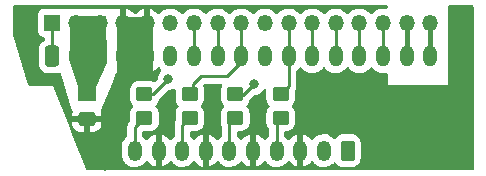
<source format=gbr>
%TF.GenerationSoftware,KiCad,Pcbnew,(6.0.1)*%
%TF.CreationDate,2022-07-04T21:24:21-07:00*%
%TF.ProjectId,mu100-dit-connector-board,6d753130-302d-4646-9974-2d636f6e6e65,rev?*%
%TF.SameCoordinates,Original*%
%TF.FileFunction,Copper,L2,Bot*%
%TF.FilePolarity,Positive*%
%FSLAX46Y46*%
G04 Gerber Fmt 4.6, Leading zero omitted, Abs format (unit mm)*
G04 Created by KiCad (PCBNEW (6.0.1)) date 2022-07-04 21:24:21*
%MOMM*%
%LPD*%
G01*
G04 APERTURE LIST*
G04 Aperture macros list*
%AMRoundRect*
0 Rectangle with rounded corners*
0 $1 Rounding radius*
0 $2 $3 $4 $5 $6 $7 $8 $9 X,Y pos of 4 corners*
0 Add a 4 corners polygon primitive as box body*
4,1,4,$2,$3,$4,$5,$6,$7,$8,$9,$2,$3,0*
0 Add four circle primitives for the rounded corners*
1,1,$1+$1,$2,$3*
1,1,$1+$1,$4,$5*
1,1,$1+$1,$6,$7*
1,1,$1+$1,$8,$9*
0 Add four rect primitives between the rounded corners*
20,1,$1+$1,$2,$3,$4,$5,0*
20,1,$1+$1,$4,$5,$6,$7,0*
20,1,$1+$1,$6,$7,$8,$9,0*
20,1,$1+$1,$8,$9,$2,$3,0*%
G04 Aperture macros list end*
%TA.AperFunction,ComponentPad*%
%ADD10O,1.200000X1.750000*%
%TD*%
%TA.AperFunction,ComponentPad*%
%ADD11RoundRect,0.250000X0.350000X0.625000X-0.350000X0.625000X-0.350000X-0.625000X0.350000X-0.625000X0*%
%TD*%
%TA.AperFunction,ComponentPad*%
%ADD12O,1.200000X1.800000*%
%TD*%
%TA.AperFunction,ComponentPad*%
%ADD13RoundRect,0.250000X-0.350000X-0.650000X0.350000X-0.650000X0.350000X0.650000X-0.350000X0.650000X0*%
%TD*%
%TA.AperFunction,SMDPad,CuDef*%
%ADD14RoundRect,0.250000X-0.450000X0.350000X-0.450000X-0.350000X0.450000X-0.350000X0.450000X0.350000X0*%
%TD*%
%TA.AperFunction,ComponentPad*%
%ADD15O,1.350000X1.350000*%
%TD*%
%TA.AperFunction,ComponentPad*%
%ADD16R,1.350000X1.350000*%
%TD*%
%TA.AperFunction,SMDPad,CuDef*%
%ADD17RoundRect,0.250000X-0.475000X0.337500X-0.475000X-0.337500X0.475000X-0.337500X0.475000X0.337500X0*%
%TD*%
%TA.AperFunction,ViaPad*%
%ADD18C,0.800000*%
%TD*%
%TA.AperFunction,Conductor*%
%ADD19C,0.400000*%
%TD*%
%TA.AperFunction,Conductor*%
%ADD20C,0.250000*%
%TD*%
G04 APERTURE END LIST*
D10*
%TO.P,J3,10,Pin_10*%
%TO.N,/LRCK*%
X72700000Y-68790000D03*
%TO.P,J3,9,Pin_9*%
%TO.N,GND*%
X74700000Y-68790000D03*
%TO.P,J3,8,Pin_8*%
%TO.N,/BICK*%
X76700000Y-68790000D03*
%TO.P,J3,7,Pin_7*%
%TO.N,GND*%
X78700000Y-68790000D03*
%TO.P,J3,6,Pin_6*%
%TO.N,/SDAT*%
X80700000Y-68790000D03*
%TO.P,J3,5,Pin_5*%
%TO.N,GND*%
X82700000Y-68790000D03*
%TO.P,J3,4,Pin_4*%
%TO.N,/MCLK*%
X84700000Y-68790000D03*
%TO.P,J3,3,Pin_3*%
%TO.N,GND*%
X86700000Y-68790000D03*
%TO.P,J3,2,Pin_2*%
%TO.N,+5V*%
X88700000Y-68790000D03*
D11*
%TO.P,J3,1,Pin_1*%
%TO.N,unconnected-(J3-Pad1)*%
X90700000Y-68790000D03*
%TD*%
D12*
%TO.P,J2,17,Pin_17*%
%TO.N,+9VA*%
X97710000Y-60830000D03*
%TO.P,J2,16,Pin_16*%
%TO.N,GNDA*%
X95710000Y-60830000D03*
%TO.P,J2,15,Pin_15*%
%TO.N,/REB*%
X93710000Y-60830000D03*
%TO.P,J2,14,Pin_14*%
%TO.N,/REA*%
X91710000Y-60830000D03*
%TO.P,J2,13,Pin_13*%
%TO.N,/DACOL*%
X89710000Y-60830000D03*
%TO.P,J2,12,Pin_12*%
%TO.N,/WCLK*%
X87710000Y-60830000D03*
%TO.P,J2,11,Pin_11*%
%TO.N,/CK256*%
X85710000Y-60830000D03*
%TO.P,J2,10,Pin_10*%
%TO.N,unconnected-(J2-Pad10)*%
X83710000Y-60830000D03*
%TO.P,J2,9,Pin_9*%
%TO.N,/QCLK*%
X81710000Y-60830000D03*
%TO.P,J2,8,Pin_8*%
%TO.N,/SYOD*%
X79710000Y-60830000D03*
%TO.P,J2,7,Pin_7*%
%TO.N,/MEL00*%
X77710000Y-60830000D03*
%TO.P,J2,6,Pin_6*%
%TO.N,unconnected-(J2-Pad6)*%
X75710000Y-60830000D03*
%TO.P,J2,5,Pin_5*%
%TO.N,GND*%
X73710000Y-60830000D03*
%TO.P,J2,4,Pin_4*%
X71710000Y-60830000D03*
%TO.P,J2,3,Pin_3*%
%TO.N,+5V*%
X69710000Y-60830000D03*
%TO.P,J2,2,Pin_2*%
X67710000Y-60830000D03*
D13*
%TO.P,J2,1,Pin_1*%
%TO.N,/RER*%
X65710000Y-60830000D03*
%TD*%
D14*
%TO.P,R1,2*%
%TO.N,/MCLK*%
X85040000Y-66024000D03*
%TO.P,R1,1*%
%TO.N,/CK256*%
X85040000Y-64024000D03*
%TD*%
D15*
%TO.P,J1,17,Pin_17*%
%TO.N,+9VA*%
X97710000Y-57970000D03*
%TO.P,J1,16,Pin_16*%
%TO.N,GNDA*%
X95710000Y-57970000D03*
%TO.P,J1,15,Pin_15*%
%TO.N,/REB*%
X93710000Y-57970000D03*
%TO.P,J1,14,Pin_14*%
%TO.N,/REA*%
X91710000Y-57970000D03*
%TO.P,J1,13,Pin_13*%
%TO.N,/DACOL*%
X89710000Y-57970000D03*
%TO.P,J1,12,Pin_12*%
%TO.N,/WCLK*%
X87710000Y-57970000D03*
%TO.P,J1,11,Pin_11*%
%TO.N,/CK256*%
X85710000Y-57970000D03*
%TO.P,J1,10,Pin_10*%
%TO.N,unconnected-(J1-Pad10)*%
X83710000Y-57970000D03*
%TO.P,J1,9,Pin_9*%
%TO.N,/QCLK*%
X81710000Y-57970000D03*
%TO.P,J1,8,Pin_8*%
%TO.N,/SYOD*%
X79710000Y-57970000D03*
%TO.P,J1,7,Pin_7*%
%TO.N,/MEL00*%
X77710000Y-57970000D03*
%TO.P,J1,6,Pin_6*%
%TO.N,unconnected-(J1-Pad6)*%
X75710000Y-57970000D03*
%TO.P,J1,5,Pin_5*%
%TO.N,GND*%
X73710000Y-57970000D03*
%TO.P,J1,4,Pin_4*%
X71710000Y-57970000D03*
%TO.P,J1,3,Pin_3*%
%TO.N,+5V*%
X69710000Y-57970000D03*
%TO.P,J1,2,Pin_2*%
X67710000Y-57970000D03*
D16*
%TO.P,J1,1,Pin_1*%
%TO.N,/RER*%
X65710000Y-57970000D03*
%TD*%
D14*
%TO.P,R3,2*%
%TO.N,/SDAT*%
X81193332Y-66024000D03*
%TO.P,R3,1*%
%TO.N,/DACOL*%
X81193332Y-64024000D03*
%TD*%
D17*
%TO.P,C1,2*%
%TO.N,GND*%
X68630800Y-66111500D03*
%TO.P,C1,1*%
%TO.N,+5V*%
X68630800Y-64036500D03*
%TD*%
D14*
%TO.P,R2,2*%
%TO.N,/BICK*%
X77346666Y-66024000D03*
%TO.P,R2,1*%
%TO.N,/QCLK*%
X77346666Y-64024000D03*
%TD*%
%TO.P,R4,2*%
%TO.N,/LRCK*%
X73500000Y-66024000D03*
%TO.P,R4,1*%
%TO.N,/WCLK*%
X73500000Y-64024000D03*
%TD*%
D18*
%TO.N,GND*%
X70190000Y-70070000D03*
X69400000Y-68040000D03*
X71270000Y-63010000D03*
X71760000Y-64370000D03*
X71820000Y-66050000D03*
%TO.N,/WCLK*%
X75539600Y-62738000D03*
%TO.N,/DACOL*%
X82778600Y-63195200D03*
%TD*%
D19*
%TO.N,+5V*%
X69710000Y-60830000D02*
X68630800Y-61909200D01*
X69460000Y-61300000D02*
X68630800Y-62129200D01*
X67710000Y-57970000D02*
X69710000Y-57970000D01*
X68630800Y-62129200D02*
X68630800Y-64036500D01*
X69710000Y-57970000D02*
X69710000Y-60830000D01*
X68630800Y-61909200D02*
X68630800Y-64036500D01*
X67710000Y-57970000D02*
X67710000Y-60830000D01*
%TO.N,GND*%
X71526400Y-61013600D02*
X71710000Y-60830000D01*
D20*
%TO.N,/RER*%
X65710000Y-57970000D02*
X65710000Y-60830000D01*
%TO.N,/MEL00*%
X77710000Y-57970000D02*
X77710000Y-60830000D01*
%TO.N,/SYOD*%
X79710000Y-57970000D02*
X79710000Y-60830000D01*
%TO.N,/QCLK*%
X77610000Y-63199000D02*
X77610000Y-64054000D01*
X81710000Y-61292000D02*
X80518000Y-62484000D01*
X80518000Y-62484000D02*
X78325000Y-62484000D01*
X81710000Y-60830000D02*
X81710000Y-61292000D01*
X78325000Y-62484000D02*
X77610000Y-63199000D01*
X81710000Y-57970000D02*
X81710000Y-60830000D01*
%TO.N,/CK256*%
X85710000Y-63354000D02*
X85040000Y-64024000D01*
X85710000Y-60830000D02*
X85710000Y-60530000D01*
X85710000Y-60830000D02*
X85710000Y-57970000D01*
X85710000Y-60830000D02*
X85710000Y-63354000D01*
%TO.N,/WCLK*%
X74233600Y-64044000D02*
X73500000Y-64044000D01*
X87710000Y-57970000D02*
X87710000Y-60830000D01*
X75539600Y-62738000D02*
X74233600Y-64044000D01*
%TO.N,/DACOL*%
X82778600Y-63195200D02*
X81889800Y-64084000D01*
X89710000Y-57970000D02*
X89710000Y-60830000D01*
X81889800Y-64084000D02*
X80830000Y-64084000D01*
%TO.N,/REA*%
X91710000Y-57970000D02*
X91710000Y-60830000D01*
%TO.N,/REB*%
X93710000Y-57970000D02*
X93710000Y-60830000D01*
D19*
%TO.N,GNDA*%
X95710000Y-57970000D02*
X95710000Y-60830000D01*
%TO.N,+9VA*%
X97710000Y-57970000D02*
X97710000Y-60830000D01*
D20*
%TO.N,/MCLK*%
X84700000Y-65990000D02*
X84700000Y-68440000D01*
X85040000Y-65650000D02*
X84700000Y-65990000D01*
%TO.N,/SDAT*%
X80700000Y-65840000D02*
X80700000Y-68440000D01*
X80830000Y-65710000D02*
X80700000Y-65840000D01*
%TO.N,/BICK*%
X76700000Y-66590000D02*
X76700000Y-68440000D01*
X77610000Y-65680000D02*
X76700000Y-66590000D01*
%TO.N,/LRCK*%
X73500000Y-66024000D02*
X72700000Y-66824000D01*
X72700000Y-66824000D02*
X72700000Y-68440000D01*
X73500000Y-65670000D02*
X73305000Y-65670000D01*
%TD*%
%TA.AperFunction,Conductor*%
%TO.N,GND*%
G36*
X74200000Y-57574953D02*
G01*
X74195000Y-57575000D01*
X74195000Y-60775000D01*
X74200000Y-60775031D01*
X74200000Y-62300000D01*
X71200000Y-62300000D01*
X71200000Y-57500000D01*
X74200000Y-57500000D01*
X74200000Y-57574953D01*
G37*
%TD.AperFunction*%
%TD*%
%TA.AperFunction,Conductor*%
%TO.N,GND*%
G36*
X66395600Y-56783317D02*
G01*
X66373463Y-56786500D01*
X64986866Y-56786500D01*
X64924684Y-56793255D01*
X64788295Y-56844385D01*
X64671739Y-56931739D01*
X64584385Y-57048295D01*
X64533255Y-57184684D01*
X64526500Y-57246866D01*
X64526500Y-58693134D01*
X64533255Y-58755316D01*
X64584385Y-58891705D01*
X64671739Y-59008261D01*
X64788295Y-59095615D01*
X64924684Y-59146745D01*
X64951914Y-59149703D01*
X64964108Y-59151028D01*
X65029670Y-59178270D01*
X65070096Y-59236634D01*
X65076500Y-59276291D01*
X65076500Y-59393219D01*
X65056498Y-59461340D01*
X65016803Y-59500363D01*
X64885652Y-59581522D01*
X64760695Y-59706697D01*
X64756855Y-59712927D01*
X64756854Y-59712928D01*
X64675320Y-59845201D01*
X64667885Y-59857262D01*
X64612203Y-60025139D01*
X64601500Y-60129600D01*
X64601500Y-61530400D01*
X64612474Y-61636166D01*
X64614655Y-61642702D01*
X64614655Y-61642704D01*
X64647603Y-61741460D01*
X64668450Y-61803946D01*
X64761522Y-61954348D01*
X64886697Y-62079305D01*
X64892927Y-62083145D01*
X64892928Y-62083146D01*
X65000751Y-62149609D01*
X65037262Y-62172115D01*
X65117005Y-62198564D01*
X65198611Y-62225632D01*
X65198613Y-62225632D01*
X65205139Y-62227797D01*
X65211975Y-62228497D01*
X65211978Y-62228498D01*
X65250386Y-62232433D01*
X65309600Y-62238500D01*
X66110400Y-62238500D01*
X66113646Y-62238163D01*
X66113650Y-62238163D01*
X66209308Y-62228238D01*
X66209312Y-62228237D01*
X66216166Y-62227526D01*
X66222702Y-62225345D01*
X66222704Y-62225345D01*
X66301310Y-62199120D01*
X66372260Y-62196536D01*
X66433344Y-62232720D01*
X66462269Y-62283787D01*
X67360800Y-65405000D01*
X67368406Y-65405000D01*
X67416720Y-65447314D01*
X67436361Y-65515539D01*
X67429956Y-65554540D01*
X67410663Y-65612707D01*
X67407795Y-65626086D01*
X67398128Y-65720438D01*
X67397800Y-65726855D01*
X67397800Y-65839385D01*
X67402275Y-65854624D01*
X67403665Y-65855829D01*
X67411348Y-65857500D01*
X69845684Y-65857500D01*
X69860923Y-65853025D01*
X69862128Y-65851635D01*
X69863799Y-65843952D01*
X69863799Y-65726905D01*
X69863462Y-65720386D01*
X69853543Y-65624794D01*
X69850651Y-65611400D01*
X69799209Y-65457208D01*
X69798190Y-65455032D01*
X69797939Y-65453402D01*
X69796894Y-65450268D01*
X69797430Y-65450089D01*
X69787406Y-65384859D01*
X69796433Y-65352055D01*
X70806376Y-62989510D01*
X71132557Y-62226479D01*
X71177725Y-62171704D01*
X71245337Y-62150044D01*
X71289748Y-62156978D01*
X71440727Y-62209407D01*
X71441716Y-62209648D01*
X71452008Y-62208180D01*
X71456000Y-62194615D01*
X71456000Y-62190402D01*
X71964000Y-62190402D01*
X71967973Y-62203933D01*
X71977399Y-62205288D01*
X72066537Y-62183806D01*
X72077832Y-62179917D01*
X72259382Y-62097371D01*
X72269724Y-62091424D01*
X72432397Y-61976032D01*
X72441425Y-61968239D01*
X72579342Y-61824169D01*
X72586742Y-61814799D01*
X72604705Y-61786979D01*
X72658460Y-61740601D01*
X72728756Y-61730647D01*
X72793273Y-61760278D01*
X72809643Y-61777493D01*
X72900262Y-61892857D01*
X72908499Y-61901506D01*
X73059123Y-62032212D01*
X73068847Y-62039147D01*
X73241467Y-62139010D01*
X73252331Y-62143984D01*
X73440727Y-62209407D01*
X73441716Y-62209648D01*
X73452008Y-62208180D01*
X73456000Y-62194615D01*
X73456000Y-61102115D01*
X73451525Y-61086876D01*
X73450135Y-61085671D01*
X73442452Y-61084000D01*
X71982115Y-61084000D01*
X71966876Y-61088475D01*
X71965671Y-61089865D01*
X71964000Y-61097548D01*
X71964000Y-62190402D01*
X71456000Y-62190402D01*
X71456000Y-60557885D01*
X71964000Y-60557885D01*
X71968475Y-60573124D01*
X71969865Y-60574329D01*
X71977548Y-60576000D01*
X73437885Y-60576000D01*
X73453124Y-60571525D01*
X73454329Y-60570135D01*
X73456000Y-60562452D01*
X73456000Y-59469598D01*
X73452027Y-59456067D01*
X73442601Y-59454712D01*
X73353463Y-59476194D01*
X73342168Y-59480083D01*
X73160618Y-59562629D01*
X73150276Y-59568576D01*
X72987603Y-59683968D01*
X72978575Y-59691761D01*
X72840658Y-59835831D01*
X72833258Y-59845201D01*
X72815295Y-59873021D01*
X72761540Y-59919399D01*
X72691244Y-59929353D01*
X72626727Y-59899722D01*
X72610357Y-59882507D01*
X72519738Y-59767143D01*
X72511501Y-59758494D01*
X72360877Y-59627788D01*
X72351153Y-59620853D01*
X72178533Y-59520990D01*
X72167669Y-59516016D01*
X71979273Y-59450593D01*
X71978284Y-59450352D01*
X71967992Y-59451820D01*
X71964000Y-59465385D01*
X71964000Y-60557885D01*
X71456000Y-60557885D01*
X71456000Y-59469598D01*
X71452027Y-59456067D01*
X71442601Y-59454712D01*
X71351721Y-59476614D01*
X71280810Y-59473129D01*
X71223040Y-59431859D01*
X71196753Y-59365908D01*
X71196200Y-59354121D01*
X71196200Y-59224429D01*
X71216202Y-59156308D01*
X71269858Y-59109815D01*
X71340132Y-59099711D01*
X71350007Y-59101536D01*
X71438331Y-59121521D01*
X71452405Y-59120632D01*
X71456000Y-59111233D01*
X71456000Y-59110512D01*
X71964000Y-59110512D01*
X71967966Y-59124018D01*
X71981883Y-59126011D01*
X71992817Y-59123386D01*
X72187763Y-59057210D01*
X72198272Y-59052531D01*
X72377882Y-58951944D01*
X72387375Y-58945420D01*
X72545653Y-58813782D01*
X72553782Y-58805653D01*
X72610249Y-58737759D01*
X72669187Y-58698175D01*
X72740169Y-58696739D01*
X72802938Y-58736502D01*
X72810724Y-58745619D01*
X72958191Y-58889275D01*
X72967124Y-58896509D01*
X73138299Y-59010884D01*
X73148409Y-59016374D01*
X73337566Y-59097642D01*
X73348499Y-59101194D01*
X73438332Y-59121521D01*
X73452405Y-59120632D01*
X73456000Y-59111233D01*
X73456000Y-58242115D01*
X73451525Y-58226876D01*
X73450135Y-58225671D01*
X73442452Y-58224000D01*
X71982115Y-58224000D01*
X71966876Y-58228475D01*
X71965671Y-58229865D01*
X71964000Y-58237548D01*
X71964000Y-59110512D01*
X71456000Y-59110512D01*
X71456000Y-57697885D01*
X71964000Y-57697885D01*
X71968475Y-57713124D01*
X71969865Y-57714329D01*
X71977548Y-57716000D01*
X73437885Y-57716000D01*
X73453124Y-57711525D01*
X73454329Y-57710135D01*
X73456000Y-57702452D01*
X73456000Y-56831337D01*
X73452194Y-56818375D01*
X73437278Y-56816439D01*
X73408202Y-56821435D01*
X73397082Y-56824415D01*
X73203940Y-56895669D01*
X73193562Y-56900619D01*
X73016639Y-57005877D01*
X73007327Y-57012643D01*
X72852547Y-57148381D01*
X72844629Y-57156725D01*
X72809996Y-57200656D01*
X72752115Y-57241768D01*
X72681195Y-57245062D01*
X72619752Y-57209490D01*
X72610088Y-57198037D01*
X72596363Y-57179656D01*
X72588662Y-57171103D01*
X72437490Y-57031361D01*
X72428365Y-57024360D01*
X72254255Y-56914505D01*
X72244008Y-56909284D01*
X72052793Y-56832997D01*
X72041767Y-56829730D01*
X71981770Y-56817797D01*
X71968894Y-56818949D01*
X71964000Y-56834102D01*
X71964000Y-57697885D01*
X71456000Y-57697885D01*
X71456000Y-56831337D01*
X71452194Y-56818375D01*
X71437278Y-56816439D01*
X71408202Y-56821435D01*
X71397078Y-56824416D01*
X71349315Y-56842036D01*
X71278481Y-56846848D01*
X71216291Y-56812600D01*
X71206074Y-56795309D01*
X71196200Y-56786753D01*
X71196200Y-56483000D01*
X93974000Y-56483000D01*
X94042121Y-56503002D01*
X94088614Y-56556658D01*
X94100000Y-56609000D01*
X94100000Y-56687273D01*
X94079998Y-56755394D01*
X94026342Y-56801887D01*
X93949419Y-56810852D01*
X93834239Y-56787941D01*
X93828464Y-56787865D01*
X93828460Y-56787865D01*
X93719419Y-56786438D01*
X93616746Y-56785094D01*
X93611049Y-56786073D01*
X93611048Y-56786073D01*
X93408065Y-56820952D01*
X93408062Y-56820953D01*
X93402375Y-56821930D01*
X93198307Y-56897214D01*
X93011376Y-57008427D01*
X92847842Y-57151842D01*
X92844270Y-57156372D01*
X92844269Y-57156374D01*
X92810007Y-57199834D01*
X92752125Y-57240947D01*
X92681205Y-57244239D01*
X92619763Y-57208667D01*
X92610100Y-57197215D01*
X92596737Y-57179319D01*
X92596730Y-57179312D01*
X92593280Y-57174691D01*
X92589044Y-57170775D01*
X92437796Y-57030963D01*
X92437793Y-57030961D01*
X92433556Y-57027044D01*
X92249599Y-56910976D01*
X92047572Y-56830376D01*
X91834239Y-56787941D01*
X91828464Y-56787865D01*
X91828460Y-56787865D01*
X91719419Y-56786438D01*
X91616746Y-56785094D01*
X91611049Y-56786073D01*
X91611048Y-56786073D01*
X91408065Y-56820952D01*
X91408062Y-56820953D01*
X91402375Y-56821930D01*
X91198307Y-56897214D01*
X91011376Y-57008427D01*
X90847842Y-57151842D01*
X90844270Y-57156372D01*
X90844269Y-57156374D01*
X90810007Y-57199834D01*
X90752125Y-57240947D01*
X90681205Y-57244239D01*
X90619763Y-57208667D01*
X90610100Y-57197215D01*
X90596737Y-57179319D01*
X90596730Y-57179312D01*
X90593280Y-57174691D01*
X90589044Y-57170775D01*
X90437796Y-57030963D01*
X90437793Y-57030961D01*
X90433556Y-57027044D01*
X90249599Y-56910976D01*
X90047572Y-56830376D01*
X89834239Y-56787941D01*
X89828464Y-56787865D01*
X89828460Y-56787865D01*
X89719419Y-56786438D01*
X89616746Y-56785094D01*
X89611049Y-56786073D01*
X89611048Y-56786073D01*
X89408065Y-56820952D01*
X89408062Y-56820953D01*
X89402375Y-56821930D01*
X89198307Y-56897214D01*
X89011376Y-57008427D01*
X88847842Y-57151842D01*
X88844270Y-57156372D01*
X88844269Y-57156374D01*
X88810007Y-57199834D01*
X88752125Y-57240947D01*
X88681205Y-57244239D01*
X88619763Y-57208667D01*
X88610100Y-57197215D01*
X88596737Y-57179319D01*
X88596730Y-57179312D01*
X88593280Y-57174691D01*
X88589044Y-57170775D01*
X88437796Y-57030963D01*
X88437793Y-57030961D01*
X88433556Y-57027044D01*
X88249599Y-56910976D01*
X88047572Y-56830376D01*
X87834239Y-56787941D01*
X87828464Y-56787865D01*
X87828460Y-56787865D01*
X87719419Y-56786438D01*
X87616746Y-56785094D01*
X87611049Y-56786073D01*
X87611048Y-56786073D01*
X87408065Y-56820952D01*
X87408062Y-56820953D01*
X87402375Y-56821930D01*
X87198307Y-56897214D01*
X87011376Y-57008427D01*
X86847842Y-57151842D01*
X86844270Y-57156372D01*
X86844269Y-57156374D01*
X86810007Y-57199834D01*
X86752125Y-57240947D01*
X86681205Y-57244239D01*
X86619763Y-57208667D01*
X86610100Y-57197215D01*
X86596737Y-57179319D01*
X86596730Y-57179312D01*
X86593280Y-57174691D01*
X86589044Y-57170775D01*
X86437796Y-57030963D01*
X86437793Y-57030961D01*
X86433556Y-57027044D01*
X86249599Y-56910976D01*
X86047572Y-56830376D01*
X85834239Y-56787941D01*
X85828464Y-56787865D01*
X85828460Y-56787865D01*
X85719419Y-56786438D01*
X85616746Y-56785094D01*
X85611049Y-56786073D01*
X85611048Y-56786073D01*
X85408065Y-56820952D01*
X85408062Y-56820953D01*
X85402375Y-56821930D01*
X85198307Y-56897214D01*
X85011376Y-57008427D01*
X84847842Y-57151842D01*
X84844270Y-57156372D01*
X84844269Y-57156374D01*
X84810007Y-57199834D01*
X84752125Y-57240947D01*
X84681205Y-57244239D01*
X84619763Y-57208667D01*
X84610100Y-57197215D01*
X84596737Y-57179319D01*
X84596730Y-57179312D01*
X84593280Y-57174691D01*
X84589044Y-57170775D01*
X84437796Y-57030963D01*
X84437793Y-57030961D01*
X84433556Y-57027044D01*
X84249599Y-56910976D01*
X84047572Y-56830376D01*
X83834239Y-56787941D01*
X83828464Y-56787865D01*
X83828460Y-56787865D01*
X83719419Y-56786438D01*
X83616746Y-56785094D01*
X83611049Y-56786073D01*
X83611048Y-56786073D01*
X83408065Y-56820952D01*
X83408062Y-56820953D01*
X83402375Y-56821930D01*
X83198307Y-56897214D01*
X83011376Y-57008427D01*
X82847842Y-57151842D01*
X82844270Y-57156372D01*
X82844269Y-57156374D01*
X82810007Y-57199834D01*
X82752125Y-57240947D01*
X82681205Y-57244239D01*
X82619763Y-57208667D01*
X82610100Y-57197215D01*
X82596737Y-57179319D01*
X82596730Y-57179312D01*
X82593280Y-57174691D01*
X82589044Y-57170775D01*
X82437796Y-57030963D01*
X82437793Y-57030961D01*
X82433556Y-57027044D01*
X82249599Y-56910976D01*
X82047572Y-56830376D01*
X81834239Y-56787941D01*
X81828464Y-56787865D01*
X81828460Y-56787865D01*
X81719419Y-56786438D01*
X81616746Y-56785094D01*
X81611049Y-56786073D01*
X81611048Y-56786073D01*
X81408065Y-56820952D01*
X81408062Y-56820953D01*
X81402375Y-56821930D01*
X81198307Y-56897214D01*
X81011376Y-57008427D01*
X80847842Y-57151842D01*
X80844270Y-57156372D01*
X80844269Y-57156374D01*
X80810007Y-57199834D01*
X80752125Y-57240947D01*
X80681205Y-57244239D01*
X80619763Y-57208667D01*
X80610100Y-57197215D01*
X80596737Y-57179319D01*
X80596730Y-57179312D01*
X80593280Y-57174691D01*
X80589044Y-57170775D01*
X80437796Y-57030963D01*
X80437793Y-57030961D01*
X80433556Y-57027044D01*
X80249599Y-56910976D01*
X80047572Y-56830376D01*
X79834239Y-56787941D01*
X79828464Y-56787865D01*
X79828460Y-56787865D01*
X79719419Y-56786438D01*
X79616746Y-56785094D01*
X79611049Y-56786073D01*
X79611048Y-56786073D01*
X79408065Y-56820952D01*
X79408062Y-56820953D01*
X79402375Y-56821930D01*
X79198307Y-56897214D01*
X79011376Y-57008427D01*
X78847842Y-57151842D01*
X78844270Y-57156372D01*
X78844269Y-57156374D01*
X78810007Y-57199834D01*
X78752125Y-57240947D01*
X78681205Y-57244239D01*
X78619763Y-57208667D01*
X78610100Y-57197215D01*
X78596737Y-57179319D01*
X78596730Y-57179312D01*
X78593280Y-57174691D01*
X78589044Y-57170775D01*
X78437796Y-57030963D01*
X78437793Y-57030961D01*
X78433556Y-57027044D01*
X78249599Y-56910976D01*
X78047572Y-56830376D01*
X77834239Y-56787941D01*
X77828464Y-56787865D01*
X77828460Y-56787865D01*
X77719419Y-56786438D01*
X77616746Y-56785094D01*
X77611049Y-56786073D01*
X77611048Y-56786073D01*
X77408065Y-56820952D01*
X77408062Y-56820953D01*
X77402375Y-56821930D01*
X77198307Y-56897214D01*
X77011376Y-57008427D01*
X76847842Y-57151842D01*
X76844270Y-57156372D01*
X76844269Y-57156374D01*
X76810007Y-57199834D01*
X76752125Y-57240947D01*
X76681205Y-57244239D01*
X76619763Y-57208667D01*
X76610100Y-57197215D01*
X76596737Y-57179319D01*
X76596730Y-57179312D01*
X76593280Y-57174691D01*
X76589044Y-57170775D01*
X76437796Y-57030963D01*
X76437793Y-57030961D01*
X76433556Y-57027044D01*
X76249599Y-56910976D01*
X76047572Y-56830376D01*
X75834239Y-56787941D01*
X75828464Y-56787865D01*
X75828460Y-56787865D01*
X75719419Y-56786438D01*
X75616746Y-56785094D01*
X75611049Y-56786073D01*
X75611048Y-56786073D01*
X75408065Y-56820952D01*
X75408062Y-56820953D01*
X75402375Y-56821930D01*
X75198307Y-56897214D01*
X75011376Y-57008427D01*
X74847842Y-57151842D01*
X74844270Y-57156373D01*
X74809688Y-57200240D01*
X74751807Y-57241353D01*
X74680887Y-57244647D01*
X74619444Y-57209075D01*
X74609780Y-57197622D01*
X74596364Y-57179655D01*
X74588671Y-57171111D01*
X74437490Y-57031361D01*
X74428365Y-57024360D01*
X74254255Y-56914505D01*
X74244008Y-56909284D01*
X74052793Y-56832997D01*
X74041767Y-56829730D01*
X73981770Y-56817797D01*
X73968894Y-56818949D01*
X73964000Y-56834102D01*
X73964000Y-59110512D01*
X73967966Y-59124018D01*
X73981883Y-59126011D01*
X73992821Y-59123385D01*
X74028499Y-59111274D01*
X74099434Y-59108318D01*
X74160707Y-59144182D01*
X74192863Y-59207478D01*
X74195000Y-59230587D01*
X74195000Y-59348371D01*
X74174998Y-59416492D01*
X74121342Y-59462985D01*
X74051068Y-59473089D01*
X74027666Y-59467398D01*
X73979279Y-59450595D01*
X73978284Y-59450352D01*
X73967992Y-59451820D01*
X73964000Y-59465385D01*
X73964000Y-62190402D01*
X73967973Y-62203933D01*
X73977399Y-62205288D01*
X74066537Y-62183806D01*
X74077832Y-62179917D01*
X74259382Y-62097371D01*
X74269724Y-62091424D01*
X74432397Y-61976032D01*
X74441425Y-61968239D01*
X74579342Y-61824169D01*
X74586741Y-61814800D01*
X74604418Y-61787423D01*
X74658172Y-61741045D01*
X74728468Y-61731091D01*
X74792985Y-61760722D01*
X74809356Y-61777937D01*
X74903604Y-61897920D01*
X74908133Y-61901850D01*
X74910853Y-61904706D01*
X74943345Y-61967831D01*
X74936552Y-62038502D01*
X74913245Y-62075907D01*
X74800560Y-62201056D01*
X74705073Y-62366444D01*
X74646058Y-62548072D01*
X74629356Y-62706988D01*
X74628693Y-62713293D01*
X74601680Y-62778950D01*
X74592478Y-62789218D01*
X74421147Y-62960549D01*
X74358835Y-62994575D01*
X74288020Y-62989510D01*
X74278933Y-62985704D01*
X74272738Y-62981885D01*
X74265786Y-62979579D01*
X74111389Y-62928368D01*
X74111387Y-62928368D01*
X74104861Y-62926203D01*
X74098025Y-62925503D01*
X74098022Y-62925502D01*
X74054969Y-62921091D01*
X74000400Y-62915500D01*
X72999600Y-62915500D01*
X72996354Y-62915837D01*
X72996350Y-62915837D01*
X72900692Y-62925762D01*
X72900688Y-62925763D01*
X72893834Y-62926474D01*
X72887298Y-62928655D01*
X72887296Y-62928655D01*
X72861819Y-62937155D01*
X72726054Y-62982450D01*
X72575652Y-63075522D01*
X72450695Y-63200697D01*
X72446855Y-63206927D01*
X72446854Y-63206928D01*
X72374613Y-63324125D01*
X72357885Y-63351262D01*
X72350324Y-63374057D01*
X72316228Y-63476856D01*
X72302203Y-63519139D01*
X72301503Y-63525975D01*
X72301502Y-63525978D01*
X72292120Y-63617551D01*
X72291500Y-63623600D01*
X72291500Y-64424400D01*
X72291837Y-64427646D01*
X72291837Y-64427650D01*
X72301629Y-64522021D01*
X72302474Y-64530166D01*
X72358450Y-64697946D01*
X72451522Y-64848348D01*
X72456704Y-64853521D01*
X72538109Y-64934784D01*
X72572188Y-64997066D01*
X72567185Y-65067886D01*
X72538264Y-65112975D01*
X72518773Y-65132500D01*
X72450695Y-65200697D01*
X72357885Y-65351262D01*
X72302203Y-65519139D01*
X72291500Y-65623600D01*
X72291500Y-66283691D01*
X72271498Y-66351812D01*
X72257352Y-66369942D01*
X72246357Y-66381651D01*
X72243600Y-66384495D01*
X72223865Y-66404230D01*
X72221385Y-66407427D01*
X72213682Y-66416447D01*
X72183414Y-66448679D01*
X72179595Y-66455625D01*
X72179593Y-66455628D01*
X72173652Y-66466434D01*
X72162801Y-66482953D01*
X72150386Y-66498959D01*
X72147241Y-66506228D01*
X72147238Y-66506232D01*
X72132826Y-66539537D01*
X72127609Y-66550187D01*
X72106305Y-66588940D01*
X72104334Y-66596615D01*
X72104334Y-66596616D01*
X72101267Y-66608562D01*
X72094863Y-66627266D01*
X72086819Y-66645855D01*
X72085580Y-66653678D01*
X72085577Y-66653688D01*
X72079901Y-66689524D01*
X72077495Y-66701144D01*
X72077027Y-66702968D01*
X72066500Y-66743970D01*
X72066500Y-66764224D01*
X72064949Y-66783934D01*
X72061780Y-66803943D01*
X72062526Y-66811835D01*
X72065941Y-66847961D01*
X72066500Y-66859819D01*
X72066500Y-67540193D01*
X72046498Y-67608314D01*
X72013399Y-67642963D01*
X71977280Y-67668584D01*
X71977276Y-67668587D01*
X71972389Y-67672054D01*
X71826119Y-67824850D01*
X71711380Y-68002548D01*
X71632314Y-68198737D01*
X71591772Y-68406337D01*
X71591500Y-68411899D01*
X71591500Y-69117846D01*
X71606548Y-69275566D01*
X71666092Y-69478534D01*
X71668836Y-69483861D01*
X71668836Y-69483862D01*
X71716491Y-69576389D01*
X71762942Y-69666580D01*
X71893604Y-69832920D01*
X71898135Y-69836852D01*
X71898138Y-69836855D01*
X71983620Y-69911032D01*
X72053363Y-69971552D01*
X72058549Y-69974552D01*
X72058553Y-69974555D01*
X72154957Y-70030326D01*
X72236454Y-70077473D01*
X72436271Y-70146861D01*
X72442206Y-70147722D01*
X72442208Y-70147722D01*
X72639664Y-70176352D01*
X72639667Y-70176352D01*
X72645604Y-70177213D01*
X72856899Y-70167433D01*
X72988077Y-70135819D01*
X73056701Y-70119281D01*
X73056703Y-70119280D01*
X73062534Y-70117875D01*
X73067992Y-70115393D01*
X73067996Y-70115392D01*
X73183041Y-70063084D01*
X73255087Y-70030326D01*
X73427611Y-69907946D01*
X73573881Y-69755150D01*
X73577130Y-69750119D01*
X73577135Y-69750112D01*
X73595033Y-69722393D01*
X73648789Y-69676016D01*
X73719085Y-69666063D01*
X73783602Y-69695696D01*
X73799970Y-69712909D01*
X73890262Y-69827857D01*
X73898499Y-69836506D01*
X74049123Y-69967212D01*
X74058847Y-69974147D01*
X74231467Y-70074010D01*
X74242331Y-70078984D01*
X74430727Y-70144407D01*
X74431716Y-70144648D01*
X74442008Y-70143180D01*
X74446000Y-70129615D01*
X74446000Y-67454598D01*
X74442027Y-67441067D01*
X74432601Y-67439712D01*
X74343463Y-67461194D01*
X74332168Y-67465083D01*
X74150618Y-67547629D01*
X74140276Y-67553576D01*
X73977603Y-67668968D01*
X73968575Y-67676761D01*
X73830658Y-67820831D01*
X73823259Y-67830200D01*
X73805582Y-67857577D01*
X73751828Y-67903955D01*
X73681532Y-67913909D01*
X73617015Y-67884278D01*
X73600644Y-67867063D01*
X73510102Y-67751798D01*
X73506396Y-67747080D01*
X73376918Y-67634725D01*
X73338579Y-67574973D01*
X73333500Y-67539561D01*
X73333500Y-67258500D01*
X73353502Y-67190379D01*
X73407158Y-67143886D01*
X73459500Y-67132500D01*
X74000400Y-67132500D01*
X74003646Y-67132163D01*
X74003650Y-67132163D01*
X74099308Y-67122238D01*
X74099312Y-67122237D01*
X74106166Y-67121526D01*
X74112702Y-67119345D01*
X74112704Y-67119345D01*
X74266998Y-67067868D01*
X74273946Y-67065550D01*
X74424348Y-66972478D01*
X74549305Y-66847303D01*
X74576033Y-66803943D01*
X74638275Y-66702968D01*
X74638276Y-66702966D01*
X74642115Y-66696738D01*
X74697797Y-66528861D01*
X74708500Y-66424400D01*
X74708500Y-65623600D01*
X74697526Y-65517834D01*
X74674925Y-65450089D01*
X74643868Y-65357002D01*
X74641550Y-65350054D01*
X74548478Y-65199652D01*
X74461891Y-65113216D01*
X74427812Y-65050934D01*
X74432815Y-64980114D01*
X74461736Y-64935025D01*
X74544134Y-64852483D01*
X74549305Y-64847303D01*
X74642115Y-64696738D01*
X74697797Y-64528861D01*
X74699298Y-64514211D01*
X74726139Y-64448484D01*
X74735547Y-64437957D01*
X75490101Y-63683404D01*
X75552413Y-63649379D01*
X75579196Y-63646500D01*
X75635087Y-63646500D01*
X75641539Y-63645128D01*
X75641544Y-63645128D01*
X75742822Y-63623600D01*
X75821888Y-63606794D01*
X75827915Y-63604111D01*
X75827923Y-63604108D01*
X75960918Y-63544895D01*
X76031285Y-63535461D01*
X76095582Y-63565568D01*
X76133395Y-63625657D01*
X76138166Y-63660002D01*
X76138166Y-64424400D01*
X76138503Y-64427646D01*
X76138503Y-64427650D01*
X76148295Y-64522021D01*
X76149140Y-64530166D01*
X76205116Y-64697946D01*
X76298188Y-64848348D01*
X76303370Y-64853521D01*
X76384775Y-64934784D01*
X76418854Y-64997066D01*
X76413851Y-65067886D01*
X76384930Y-65112975D01*
X76365439Y-65132500D01*
X76297361Y-65200697D01*
X76204551Y-65351262D01*
X76148869Y-65519139D01*
X76138166Y-65623600D01*
X76138166Y-66264634D01*
X76122582Y-66325333D01*
X76106305Y-66354940D01*
X76104334Y-66362615D01*
X76104334Y-66362616D01*
X76101267Y-66374562D01*
X76094863Y-66393266D01*
X76090119Y-66404230D01*
X76086819Y-66411855D01*
X76085580Y-66419678D01*
X76085577Y-66419688D01*
X76079901Y-66455524D01*
X76077495Y-66467144D01*
X76070934Y-66492699D01*
X76066500Y-66509970D01*
X76066500Y-66530224D01*
X76064949Y-66549934D01*
X76061780Y-66569943D01*
X76062526Y-66577835D01*
X76065941Y-66613961D01*
X76066500Y-66625819D01*
X76066500Y-67540193D01*
X76046498Y-67608314D01*
X76013399Y-67642963D01*
X75977280Y-67668584D01*
X75977276Y-67668587D01*
X75972389Y-67672054D01*
X75826119Y-67824850D01*
X75822870Y-67829881D01*
X75822865Y-67829888D01*
X75804967Y-67857607D01*
X75751211Y-67903984D01*
X75680915Y-67913937D01*
X75616398Y-67884304D01*
X75600030Y-67867091D01*
X75509738Y-67752143D01*
X75501501Y-67743494D01*
X75350877Y-67612788D01*
X75341153Y-67605853D01*
X75168533Y-67505990D01*
X75157669Y-67501016D01*
X74969273Y-67435593D01*
X74968284Y-67435352D01*
X74957992Y-67436820D01*
X74954000Y-67450385D01*
X74954000Y-70125402D01*
X74957973Y-70138933D01*
X74967399Y-70140288D01*
X75056537Y-70118806D01*
X75067832Y-70114917D01*
X75249382Y-70032371D01*
X75259724Y-70026424D01*
X75422397Y-69911032D01*
X75431425Y-69903239D01*
X75569342Y-69759169D01*
X75576741Y-69749800D01*
X75594418Y-69722423D01*
X75648172Y-69676045D01*
X75718468Y-69666091D01*
X75782985Y-69695722D01*
X75799356Y-69712937D01*
X75893604Y-69832920D01*
X75898135Y-69836852D01*
X75898138Y-69836855D01*
X75983620Y-69911032D01*
X76053363Y-69971552D01*
X76058549Y-69974552D01*
X76058553Y-69974555D01*
X76154957Y-70030326D01*
X76236454Y-70077473D01*
X76436271Y-70146861D01*
X76442206Y-70147722D01*
X76442208Y-70147722D01*
X76639664Y-70176352D01*
X76639667Y-70176352D01*
X76645604Y-70177213D01*
X76856899Y-70167433D01*
X76988077Y-70135819D01*
X77056701Y-70119281D01*
X77056703Y-70119280D01*
X77062534Y-70117875D01*
X77067992Y-70115393D01*
X77067996Y-70115392D01*
X77183041Y-70063084D01*
X77255087Y-70030326D01*
X77427611Y-69907946D01*
X77573881Y-69755150D01*
X77577130Y-69750119D01*
X77577135Y-69750112D01*
X77595033Y-69722393D01*
X77648789Y-69676016D01*
X77719085Y-69666063D01*
X77783602Y-69695696D01*
X77799970Y-69712909D01*
X77890262Y-69827857D01*
X77898499Y-69836506D01*
X78049123Y-69967212D01*
X78058847Y-69974147D01*
X78231467Y-70074010D01*
X78242331Y-70078984D01*
X78430727Y-70144407D01*
X78431716Y-70144648D01*
X78442008Y-70143180D01*
X78446000Y-70129615D01*
X78446000Y-67454598D01*
X78442027Y-67441067D01*
X78432601Y-67439712D01*
X78343463Y-67461194D01*
X78332168Y-67465083D01*
X78150618Y-67547629D01*
X78140276Y-67553576D01*
X77977603Y-67668968D01*
X77968575Y-67676761D01*
X77830658Y-67820831D01*
X77823259Y-67830200D01*
X77805582Y-67857577D01*
X77751828Y-67903955D01*
X77681532Y-67913909D01*
X77617015Y-67884278D01*
X77600644Y-67867063D01*
X77510102Y-67751798D01*
X77506396Y-67747080D01*
X77376918Y-67634725D01*
X77338579Y-67574973D01*
X77333500Y-67539561D01*
X77333500Y-67258500D01*
X77353502Y-67190379D01*
X77407158Y-67143886D01*
X77459500Y-67132500D01*
X77847066Y-67132500D01*
X77850312Y-67132163D01*
X77850316Y-67132163D01*
X77945974Y-67122238D01*
X77945978Y-67122237D01*
X77952832Y-67121526D01*
X77959368Y-67119345D01*
X77959370Y-67119345D01*
X78113664Y-67067868D01*
X78120612Y-67065550D01*
X78271014Y-66972478D01*
X78395971Y-66847303D01*
X78422699Y-66803943D01*
X78484941Y-66702968D01*
X78484942Y-66702966D01*
X78488781Y-66696738D01*
X78544463Y-66528861D01*
X78555166Y-66424400D01*
X78555166Y-65623600D01*
X78544192Y-65517834D01*
X78521591Y-65450089D01*
X78490534Y-65357002D01*
X78488216Y-65350054D01*
X78395144Y-65199652D01*
X78308557Y-65113216D01*
X78274478Y-65050934D01*
X78279481Y-64980114D01*
X78308402Y-64935025D01*
X78390800Y-64852483D01*
X78395971Y-64847303D01*
X78488781Y-64696738D01*
X78544463Y-64528861D01*
X78555166Y-64424400D01*
X78555166Y-63623600D01*
X78554829Y-63620350D01*
X78544904Y-63524692D01*
X78544903Y-63524688D01*
X78544192Y-63517834D01*
X78542011Y-63511296D01*
X78490533Y-63356998D01*
X78490532Y-63356996D01*
X78488216Y-63350054D01*
X78484364Y-63343829D01*
X78482529Y-63339912D01*
X78471746Y-63269740D01*
X78500612Y-63204876D01*
X78507536Y-63197368D01*
X78550499Y-63154405D01*
X78612811Y-63120379D01*
X78639594Y-63117500D01*
X79969628Y-63117500D01*
X80037749Y-63137502D01*
X80084242Y-63191158D01*
X80094346Y-63261432D01*
X80076888Y-63309616D01*
X80067945Y-63324125D01*
X80051217Y-63351262D01*
X80043656Y-63374057D01*
X80009560Y-63476856D01*
X79995535Y-63519139D01*
X79994835Y-63525975D01*
X79994834Y-63525978D01*
X79985452Y-63617551D01*
X79984832Y-63623600D01*
X79984832Y-64424400D01*
X79985169Y-64427646D01*
X79985169Y-64427650D01*
X79994961Y-64522021D01*
X79995806Y-64530166D01*
X80051782Y-64697946D01*
X80144854Y-64848348D01*
X80150036Y-64853521D01*
X80231441Y-64934784D01*
X80265520Y-64997066D01*
X80260517Y-65067886D01*
X80231596Y-65112975D01*
X80212105Y-65132500D01*
X80144027Y-65200697D01*
X80051217Y-65351262D01*
X79995535Y-65519139D01*
X79984832Y-65623600D01*
X79984832Y-66424400D01*
X79985169Y-66427646D01*
X79985169Y-66427650D01*
X79993711Y-66509970D01*
X79995806Y-66530166D01*
X79997987Y-66536702D01*
X79997987Y-66536704D01*
X80022975Y-66611600D01*
X80051782Y-66697946D01*
X80054788Y-66702803D01*
X80066500Y-66755416D01*
X80066500Y-67540193D01*
X80046498Y-67608314D01*
X80013399Y-67642963D01*
X79977280Y-67668584D01*
X79977276Y-67668587D01*
X79972389Y-67672054D01*
X79826119Y-67824850D01*
X79822870Y-67829881D01*
X79822865Y-67829888D01*
X79804967Y-67857607D01*
X79751211Y-67903984D01*
X79680915Y-67913937D01*
X79616398Y-67884304D01*
X79600030Y-67867091D01*
X79509738Y-67752143D01*
X79501501Y-67743494D01*
X79350877Y-67612788D01*
X79341153Y-67605853D01*
X79168533Y-67505990D01*
X79157669Y-67501016D01*
X78969273Y-67435593D01*
X78968284Y-67435352D01*
X78957992Y-67436820D01*
X78954000Y-67450385D01*
X78954000Y-70125402D01*
X78957973Y-70138933D01*
X78967399Y-70140288D01*
X79056537Y-70118806D01*
X79067832Y-70114917D01*
X79249382Y-70032371D01*
X79259724Y-70026424D01*
X79422397Y-69911032D01*
X79431425Y-69903239D01*
X79569342Y-69759169D01*
X79576741Y-69749800D01*
X79594418Y-69722423D01*
X79648172Y-69676045D01*
X79718468Y-69666091D01*
X79782985Y-69695722D01*
X79799356Y-69712937D01*
X79893604Y-69832920D01*
X79898135Y-69836852D01*
X79898138Y-69836855D01*
X79983620Y-69911032D01*
X80053363Y-69971552D01*
X80058549Y-69974552D01*
X80058553Y-69974555D01*
X80154957Y-70030326D01*
X80236454Y-70077473D01*
X80436271Y-70146861D01*
X80442206Y-70147722D01*
X80442208Y-70147722D01*
X80639664Y-70176352D01*
X80639667Y-70176352D01*
X80645604Y-70177213D01*
X80856899Y-70167433D01*
X80988077Y-70135819D01*
X81056701Y-70119281D01*
X81056703Y-70119280D01*
X81062534Y-70117875D01*
X81067992Y-70115393D01*
X81067996Y-70115392D01*
X81183041Y-70063084D01*
X81255087Y-70030326D01*
X81427611Y-69907946D01*
X81573881Y-69755150D01*
X81577130Y-69750119D01*
X81577135Y-69750112D01*
X81595033Y-69722393D01*
X81648789Y-69676016D01*
X81719085Y-69666063D01*
X81783602Y-69695696D01*
X81799970Y-69712909D01*
X81890262Y-69827857D01*
X81898499Y-69836506D01*
X82049123Y-69967212D01*
X82058847Y-69974147D01*
X82231467Y-70074010D01*
X82242331Y-70078984D01*
X82430727Y-70144407D01*
X82431716Y-70144648D01*
X82442008Y-70143180D01*
X82446000Y-70129615D01*
X82446000Y-67454598D01*
X82442027Y-67441067D01*
X82432601Y-67439712D01*
X82343463Y-67461194D01*
X82332168Y-67465083D01*
X82150618Y-67547629D01*
X82140276Y-67553576D01*
X81977603Y-67668968D01*
X81968575Y-67676761D01*
X81830658Y-67820831D01*
X81823259Y-67830200D01*
X81805582Y-67857577D01*
X81751828Y-67903955D01*
X81681532Y-67913909D01*
X81617015Y-67884278D01*
X81600644Y-67867063D01*
X81510102Y-67751798D01*
X81506396Y-67747080D01*
X81376918Y-67634725D01*
X81338579Y-67574973D01*
X81333500Y-67539561D01*
X81333500Y-67258500D01*
X81353502Y-67190379D01*
X81407158Y-67143886D01*
X81459500Y-67132500D01*
X81693732Y-67132500D01*
X81696978Y-67132163D01*
X81696982Y-67132163D01*
X81792640Y-67122238D01*
X81792644Y-67122237D01*
X81799498Y-67121526D01*
X81806034Y-67119345D01*
X81806036Y-67119345D01*
X81960330Y-67067868D01*
X81967278Y-67065550D01*
X82117680Y-66972478D01*
X82242637Y-66847303D01*
X82269365Y-66803943D01*
X82331607Y-66702968D01*
X82331608Y-66702966D01*
X82335447Y-66696738D01*
X82391129Y-66528861D01*
X82401832Y-66424400D01*
X82401832Y-65623600D01*
X82390858Y-65517834D01*
X82368257Y-65450089D01*
X82337200Y-65357002D01*
X82334882Y-65350054D01*
X82241810Y-65199652D01*
X82155223Y-65113216D01*
X82121144Y-65050934D01*
X82126147Y-64980114D01*
X82155068Y-64935025D01*
X82237466Y-64852483D01*
X82242637Y-64847303D01*
X82335447Y-64696738D01*
X82391129Y-64528861D01*
X82392303Y-64517402D01*
X82419146Y-64451675D01*
X82428552Y-64441152D01*
X82729099Y-64140605D01*
X82791411Y-64106579D01*
X82818194Y-64103700D01*
X82874087Y-64103700D01*
X82880539Y-64102328D01*
X82880544Y-64102328D01*
X82967488Y-64083847D01*
X83060888Y-64063994D01*
X83066919Y-64061309D01*
X83229322Y-63989003D01*
X83229324Y-63989002D01*
X83235352Y-63986318D01*
X83389853Y-63874066D01*
X83517640Y-63732144D01*
X83596381Y-63595761D01*
X83647764Y-63546768D01*
X83717477Y-63533332D01*
X83783388Y-63559718D01*
X83824570Y-63617551D01*
X83831500Y-63658761D01*
X83831500Y-64424400D01*
X83831837Y-64427646D01*
X83831837Y-64427650D01*
X83841629Y-64522021D01*
X83842474Y-64530166D01*
X83898450Y-64697946D01*
X83991522Y-64848348D01*
X83996704Y-64853521D01*
X84078109Y-64934784D01*
X84112188Y-64997066D01*
X84107185Y-65067886D01*
X84078264Y-65112975D01*
X84058773Y-65132500D01*
X83990695Y-65200697D01*
X83897885Y-65351262D01*
X83842203Y-65519139D01*
X83831500Y-65623600D01*
X83831500Y-66424400D01*
X83831837Y-66427646D01*
X83831837Y-66427650D01*
X83840379Y-66509970D01*
X83842474Y-66530166D01*
X83844655Y-66536702D01*
X83844655Y-66536704D01*
X83869643Y-66611600D01*
X83898450Y-66697946D01*
X83991522Y-66848348D01*
X83996704Y-66853521D01*
X84029518Y-66886278D01*
X84063597Y-66948561D01*
X84066500Y-66975451D01*
X84066500Y-67540193D01*
X84046498Y-67608314D01*
X84013399Y-67642963D01*
X83977280Y-67668584D01*
X83977276Y-67668587D01*
X83972389Y-67672054D01*
X83826119Y-67824850D01*
X83822870Y-67829881D01*
X83822865Y-67829888D01*
X83804967Y-67857607D01*
X83751211Y-67903984D01*
X83680915Y-67913937D01*
X83616398Y-67884304D01*
X83600030Y-67867091D01*
X83509738Y-67752143D01*
X83501501Y-67743494D01*
X83350877Y-67612788D01*
X83341153Y-67605853D01*
X83168533Y-67505990D01*
X83157669Y-67501016D01*
X82969273Y-67435593D01*
X82968284Y-67435352D01*
X82957992Y-67436820D01*
X82954000Y-67450385D01*
X82954000Y-70125402D01*
X82957973Y-70138933D01*
X82967399Y-70140288D01*
X83056537Y-70118806D01*
X83067832Y-70114917D01*
X83249382Y-70032371D01*
X83259724Y-70026424D01*
X83422397Y-69911032D01*
X83431425Y-69903239D01*
X83569342Y-69759169D01*
X83576741Y-69749800D01*
X83594418Y-69722423D01*
X83648172Y-69676045D01*
X83718468Y-69666091D01*
X83782985Y-69695722D01*
X83799356Y-69712937D01*
X83893604Y-69832920D01*
X83898135Y-69836852D01*
X83898138Y-69836855D01*
X83983620Y-69911032D01*
X84053363Y-69971552D01*
X84058549Y-69974552D01*
X84058553Y-69974555D01*
X84154957Y-70030326D01*
X84236454Y-70077473D01*
X84436271Y-70146861D01*
X84442206Y-70147722D01*
X84442208Y-70147722D01*
X84639664Y-70176352D01*
X84639667Y-70176352D01*
X84645604Y-70177213D01*
X84856899Y-70167433D01*
X84988077Y-70135819D01*
X85056701Y-70119281D01*
X85056703Y-70119280D01*
X85062534Y-70117875D01*
X85067992Y-70115393D01*
X85067996Y-70115392D01*
X85183041Y-70063084D01*
X85255087Y-70030326D01*
X85427611Y-69907946D01*
X85573881Y-69755150D01*
X85577130Y-69750119D01*
X85577135Y-69750112D01*
X85595033Y-69722393D01*
X85648789Y-69676016D01*
X85719085Y-69666063D01*
X85783602Y-69695696D01*
X85799970Y-69712909D01*
X85890262Y-69827857D01*
X85898499Y-69836506D01*
X86049123Y-69967212D01*
X86058847Y-69974147D01*
X86231467Y-70074010D01*
X86242331Y-70078984D01*
X86430727Y-70144407D01*
X86431716Y-70144648D01*
X86442008Y-70143180D01*
X86446000Y-70129615D01*
X86446000Y-70125402D01*
X86954000Y-70125402D01*
X86957973Y-70138933D01*
X86967399Y-70140288D01*
X87056537Y-70118806D01*
X87067832Y-70114917D01*
X87249382Y-70032371D01*
X87259724Y-70026424D01*
X87422397Y-69911032D01*
X87431425Y-69903239D01*
X87569342Y-69759169D01*
X87576741Y-69749800D01*
X87594418Y-69722423D01*
X87648172Y-69676045D01*
X87718468Y-69666091D01*
X87782985Y-69695722D01*
X87799356Y-69712937D01*
X87893604Y-69832920D01*
X87898135Y-69836852D01*
X87898138Y-69836855D01*
X87983620Y-69911032D01*
X88053363Y-69971552D01*
X88058549Y-69974552D01*
X88058553Y-69974555D01*
X88154957Y-70030326D01*
X88236454Y-70077473D01*
X88436271Y-70146861D01*
X88442206Y-70147722D01*
X88442208Y-70147722D01*
X88639664Y-70176352D01*
X88639667Y-70176352D01*
X88645604Y-70177213D01*
X88856899Y-70167433D01*
X88988077Y-70135819D01*
X89056701Y-70119281D01*
X89056703Y-70119280D01*
X89062534Y-70117875D01*
X89067992Y-70115393D01*
X89067996Y-70115392D01*
X89183041Y-70063084D01*
X89255087Y-70030326D01*
X89427611Y-69907946D01*
X89431753Y-69903619D01*
X89431759Y-69903614D01*
X89518806Y-69812683D01*
X89580361Y-69777306D01*
X89651270Y-69780825D01*
X89709021Y-69822121D01*
X89716965Y-69833504D01*
X89751522Y-69889348D01*
X89876697Y-70014305D01*
X89882927Y-70018145D01*
X89882928Y-70018146D01*
X90020090Y-70102694D01*
X90027262Y-70107115D01*
X90063942Y-70119281D01*
X90188611Y-70160632D01*
X90188613Y-70160632D01*
X90195139Y-70162797D01*
X90201975Y-70163497D01*
X90201978Y-70163498D01*
X90240386Y-70167433D01*
X90299600Y-70173500D01*
X91100400Y-70173500D01*
X91103646Y-70173163D01*
X91103650Y-70173163D01*
X91199308Y-70163238D01*
X91199312Y-70163237D01*
X91206166Y-70162526D01*
X91212702Y-70160345D01*
X91212704Y-70160345D01*
X91348867Y-70114917D01*
X91373946Y-70106550D01*
X91524348Y-70013478D01*
X91649305Y-69888303D01*
X91686565Y-69827857D01*
X91738275Y-69743968D01*
X91738276Y-69743966D01*
X91742115Y-69737738D01*
X91797797Y-69569861D01*
X91808500Y-69465400D01*
X91808500Y-68114600D01*
X91797526Y-68008834D01*
X91793749Y-67997511D01*
X91743868Y-67848002D01*
X91741550Y-67841054D01*
X91648478Y-67690652D01*
X91523303Y-67565695D01*
X91517072Y-67561854D01*
X91378968Y-67476725D01*
X91378966Y-67476724D01*
X91372738Y-67472885D01*
X91264005Y-67436820D01*
X91211389Y-67419368D01*
X91211387Y-67419368D01*
X91204861Y-67417203D01*
X91198025Y-67416503D01*
X91198022Y-67416502D01*
X91154969Y-67412091D01*
X91100400Y-67406500D01*
X90299600Y-67406500D01*
X90296354Y-67406837D01*
X90296350Y-67406837D01*
X90200692Y-67416762D01*
X90200688Y-67416763D01*
X90193834Y-67417474D01*
X90187298Y-67419655D01*
X90187296Y-67419655D01*
X90123117Y-67441067D01*
X90026054Y-67473450D01*
X89875652Y-67566522D01*
X89750695Y-67691697D01*
X89746855Y-67697927D01*
X89746854Y-67697928D01*
X89718926Y-67743236D01*
X89666154Y-67790729D01*
X89596082Y-67802153D01*
X89530958Y-67773879D01*
X89512582Y-67754955D01*
X89506396Y-67747080D01*
X89501865Y-67743148D01*
X89501862Y-67743145D01*
X89351167Y-67612379D01*
X89346637Y-67608448D01*
X89341451Y-67605448D01*
X89341447Y-67605445D01*
X89168742Y-67505533D01*
X89163546Y-67502527D01*
X88963729Y-67433139D01*
X88957794Y-67432278D01*
X88957792Y-67432278D01*
X88760336Y-67403648D01*
X88760333Y-67403648D01*
X88754396Y-67402787D01*
X88543101Y-67412567D01*
X88430466Y-67439712D01*
X88343299Y-67460719D01*
X88343297Y-67460720D01*
X88337466Y-67462125D01*
X88332008Y-67464607D01*
X88332004Y-67464608D01*
X88240990Y-67505990D01*
X88144913Y-67549674D01*
X87972389Y-67672054D01*
X87826119Y-67824850D01*
X87822870Y-67829881D01*
X87822865Y-67829888D01*
X87804967Y-67857607D01*
X87751211Y-67903984D01*
X87680915Y-67913937D01*
X87616398Y-67884304D01*
X87600030Y-67867091D01*
X87509738Y-67752143D01*
X87501501Y-67743494D01*
X87350877Y-67612788D01*
X87341153Y-67605853D01*
X87168533Y-67505990D01*
X87157669Y-67501016D01*
X86969273Y-67435593D01*
X86968284Y-67435352D01*
X86957992Y-67436820D01*
X86954000Y-67450385D01*
X86954000Y-70125402D01*
X86446000Y-70125402D01*
X86446000Y-67454598D01*
X86442027Y-67441067D01*
X86432601Y-67439712D01*
X86343463Y-67461194D01*
X86332168Y-67465083D01*
X86150618Y-67547629D01*
X86140276Y-67553576D01*
X85977603Y-67668968D01*
X85968575Y-67676761D01*
X85830658Y-67820831D01*
X85823259Y-67830200D01*
X85805582Y-67857577D01*
X85751828Y-67903955D01*
X85681532Y-67913909D01*
X85617015Y-67884278D01*
X85600644Y-67867063D01*
X85510102Y-67751798D01*
X85506396Y-67747080D01*
X85376918Y-67634725D01*
X85338579Y-67574973D01*
X85333500Y-67539561D01*
X85333500Y-67258500D01*
X85353502Y-67190379D01*
X85407158Y-67143886D01*
X85459500Y-67132500D01*
X85540400Y-67132500D01*
X85543646Y-67132163D01*
X85543650Y-67132163D01*
X85639308Y-67122238D01*
X85639312Y-67122237D01*
X85646166Y-67121526D01*
X85652702Y-67119345D01*
X85652704Y-67119345D01*
X85806998Y-67067868D01*
X85813946Y-67065550D01*
X85964348Y-66972478D01*
X86089305Y-66847303D01*
X86116033Y-66803943D01*
X86178275Y-66702968D01*
X86178276Y-66702966D01*
X86182115Y-66696738D01*
X86237797Y-66528861D01*
X86248500Y-66424400D01*
X86248500Y-65623600D01*
X86237526Y-65517834D01*
X86214925Y-65450089D01*
X86183868Y-65357002D01*
X86181550Y-65350054D01*
X86088478Y-65199652D01*
X86001891Y-65113216D01*
X85967812Y-65050934D01*
X85972815Y-64980114D01*
X86001736Y-64935025D01*
X86084134Y-64852483D01*
X86089305Y-64847303D01*
X86182115Y-64696738D01*
X86237797Y-64528861D01*
X86248500Y-64424400D01*
X86248500Y-63730352D01*
X86262227Y-63680173D01*
X86259614Y-63679042D01*
X86277174Y-63638463D01*
X86282391Y-63627813D01*
X86303695Y-63589060D01*
X86308733Y-63569437D01*
X86315137Y-63550734D01*
X86320033Y-63539420D01*
X86320033Y-63539419D01*
X86323181Y-63532145D01*
X86324420Y-63524322D01*
X86324423Y-63524312D01*
X86330099Y-63488476D01*
X86332505Y-63476856D01*
X86341528Y-63441711D01*
X86341528Y-63441710D01*
X86343500Y-63434030D01*
X86343500Y-63413776D01*
X86345051Y-63394065D01*
X86346980Y-63381886D01*
X86348220Y-63374057D01*
X86344059Y-63330038D01*
X86343500Y-63318181D01*
X86343500Y-62104807D01*
X86363502Y-62036686D01*
X86396601Y-62002037D01*
X86432720Y-61976416D01*
X86432725Y-61976412D01*
X86437611Y-61972946D01*
X86583881Y-61820150D01*
X86595124Y-61802738D01*
X86604746Y-61787837D01*
X86658501Y-61741460D01*
X86728797Y-61731507D01*
X86793314Y-61761139D01*
X86809681Y-61778351D01*
X86903604Y-61897920D01*
X86908133Y-61901850D01*
X86908138Y-61901855D01*
X86993620Y-61976032D01*
X87063363Y-62036552D01*
X87068549Y-62039552D01*
X87068553Y-62039555D01*
X87164957Y-62095326D01*
X87246454Y-62142473D01*
X87446271Y-62211861D01*
X87452206Y-62212722D01*
X87452208Y-62212722D01*
X87649664Y-62241352D01*
X87649667Y-62241352D01*
X87655604Y-62242213D01*
X87866899Y-62232433D01*
X88005127Y-62199120D01*
X88066701Y-62184281D01*
X88066703Y-62184280D01*
X88072534Y-62182875D01*
X88077992Y-62180393D01*
X88077996Y-62180392D01*
X88207155Y-62121666D01*
X88265087Y-62095326D01*
X88437611Y-61972946D01*
X88583881Y-61820150D01*
X88595124Y-61802738D01*
X88604746Y-61787837D01*
X88658501Y-61741460D01*
X88728797Y-61731507D01*
X88793314Y-61761139D01*
X88809681Y-61778351D01*
X88903604Y-61897920D01*
X88908133Y-61901850D01*
X88908138Y-61901855D01*
X88993620Y-61976032D01*
X89063363Y-62036552D01*
X89068549Y-62039552D01*
X89068553Y-62039555D01*
X89164957Y-62095326D01*
X89246454Y-62142473D01*
X89446271Y-62211861D01*
X89452206Y-62212722D01*
X89452208Y-62212722D01*
X89649664Y-62241352D01*
X89649667Y-62241352D01*
X89655604Y-62242213D01*
X89866899Y-62232433D01*
X90005127Y-62199120D01*
X90066701Y-62184281D01*
X90066703Y-62184280D01*
X90072534Y-62182875D01*
X90077992Y-62180393D01*
X90077996Y-62180392D01*
X90207155Y-62121666D01*
X90265087Y-62095326D01*
X90437611Y-61972946D01*
X90583881Y-61820150D01*
X90595124Y-61802738D01*
X90604746Y-61787837D01*
X90658501Y-61741460D01*
X90728797Y-61731507D01*
X90793314Y-61761139D01*
X90809681Y-61778351D01*
X90903604Y-61897920D01*
X90908133Y-61901850D01*
X90908138Y-61901855D01*
X90993620Y-61976032D01*
X91063363Y-62036552D01*
X91068549Y-62039552D01*
X91068553Y-62039555D01*
X91164957Y-62095326D01*
X91246454Y-62142473D01*
X91446271Y-62211861D01*
X91452206Y-62212722D01*
X91452208Y-62212722D01*
X91649664Y-62241352D01*
X91649667Y-62241352D01*
X91655604Y-62242213D01*
X91866899Y-62232433D01*
X92005127Y-62199120D01*
X92066701Y-62184281D01*
X92066703Y-62184280D01*
X92072534Y-62182875D01*
X92077992Y-62180393D01*
X92077996Y-62180392D01*
X92207155Y-62121666D01*
X92265087Y-62095326D01*
X92437611Y-61972946D01*
X92583881Y-61820150D01*
X92595124Y-61802738D01*
X92604746Y-61787837D01*
X92658501Y-61741460D01*
X92728797Y-61731507D01*
X92793314Y-61761139D01*
X92809681Y-61778351D01*
X92903604Y-61897920D01*
X92908133Y-61901850D01*
X92908138Y-61901855D01*
X92993620Y-61976032D01*
X93063363Y-62036552D01*
X93068549Y-62039552D01*
X93068553Y-62039555D01*
X93164957Y-62095326D01*
X93246454Y-62142473D01*
X93446271Y-62211861D01*
X93452206Y-62212722D01*
X93452208Y-62212722D01*
X93649664Y-62241352D01*
X93649667Y-62241352D01*
X93655604Y-62242213D01*
X93866899Y-62232433D01*
X93944480Y-62213736D01*
X94015390Y-62217221D01*
X94073160Y-62258490D01*
X94099447Y-62324441D01*
X94100000Y-62336229D01*
X94100000Y-63213400D01*
X99209400Y-63213400D01*
X99209400Y-56609000D01*
X99229402Y-56540879D01*
X99283058Y-56494386D01*
X99335400Y-56483000D01*
X101241000Y-56483000D01*
X101309121Y-56503002D01*
X101355614Y-56556658D01*
X101367000Y-56609000D01*
X101367000Y-70341000D01*
X101346998Y-70409121D01*
X101293342Y-70455614D01*
X101241000Y-70467000D01*
X68688902Y-70467000D01*
X68620781Y-70446998D01*
X68571742Y-70387362D01*
X67498965Y-67676381D01*
X67031908Y-66496095D01*
X67397801Y-66496095D01*
X67398138Y-66502614D01*
X67408057Y-66598206D01*
X67410949Y-66611600D01*
X67462388Y-66765784D01*
X67468561Y-66778962D01*
X67553863Y-66916807D01*
X67562899Y-66928208D01*
X67677629Y-67042739D01*
X67689040Y-67051751D01*
X67827043Y-67136816D01*
X67840224Y-67142963D01*
X67994510Y-67194138D01*
X68007886Y-67197005D01*
X68102238Y-67206672D01*
X68108654Y-67207000D01*
X68358685Y-67207000D01*
X68373924Y-67202525D01*
X68375129Y-67201135D01*
X68376800Y-67193452D01*
X68376800Y-67188884D01*
X68884800Y-67188884D01*
X68889275Y-67204123D01*
X68890665Y-67205328D01*
X68898348Y-67206999D01*
X69152895Y-67206999D01*
X69159414Y-67206662D01*
X69255006Y-67196743D01*
X69268400Y-67193851D01*
X69422584Y-67142412D01*
X69435762Y-67136239D01*
X69573607Y-67050937D01*
X69585008Y-67041901D01*
X69699539Y-66927171D01*
X69708551Y-66915760D01*
X69793616Y-66777757D01*
X69799763Y-66764576D01*
X69850938Y-66610290D01*
X69853805Y-66596914D01*
X69863472Y-66502562D01*
X69863800Y-66496146D01*
X69863800Y-66383615D01*
X69859325Y-66368376D01*
X69857935Y-66367171D01*
X69850252Y-66365500D01*
X68902915Y-66365500D01*
X68887676Y-66369975D01*
X68886471Y-66371365D01*
X68884800Y-66379048D01*
X68884800Y-67188884D01*
X68376800Y-67188884D01*
X68376800Y-66383615D01*
X68372325Y-66368376D01*
X68370935Y-66367171D01*
X68363252Y-66365500D01*
X67415916Y-66365500D01*
X67400677Y-66369975D01*
X67399472Y-66371365D01*
X67397801Y-66379048D01*
X67397801Y-66496095D01*
X67031908Y-66496095D01*
X65786000Y-63347600D01*
X63821731Y-63347600D01*
X63753610Y-63327598D01*
X63707117Y-63273942D01*
X63701276Y-63258567D01*
X63685615Y-63207535D01*
X62388545Y-58981129D01*
X62383000Y-58944162D01*
X62383000Y-56609000D01*
X62403002Y-56540879D01*
X62456658Y-56494386D01*
X62509000Y-56483000D01*
X66395600Y-56483000D01*
X66395600Y-56783317D01*
G37*
%TD.AperFunction*%
%TD*%
%TA.AperFunction,Conductor*%
%TO.N,+5V*%
G36*
X70156845Y-57409773D02*
G01*
X70224929Y-57429899D01*
X70271325Y-57483639D01*
X70282613Y-57534954D01*
X70307025Y-61288653D01*
X70296337Y-61340261D01*
X69367400Y-63449200D01*
X69367400Y-64489409D01*
X69347398Y-64557530D01*
X69293742Y-64604023D01*
X69239228Y-64615390D01*
X68018028Y-64594335D01*
X67950262Y-64573162D01*
X67904701Y-64518713D01*
X67894200Y-64468354D01*
X67894200Y-63423800D01*
X67175683Y-61310701D01*
X67168977Y-61269350D01*
X67192370Y-57529828D01*
X67212798Y-57461834D01*
X67266744Y-57415677D01*
X67318597Y-57404616D01*
X70156845Y-57409773D01*
G37*
%TD.AperFunction*%
%TD*%
%TA.AperFunction,Conductor*%
%TO.N,GND*%
G36*
X71380000Y-56780000D02*
G01*
X66100000Y-56780000D01*
X66100000Y-56475000D01*
X71380000Y-56475000D01*
X71380000Y-56780000D01*
G37*
%TD.AperFunction*%
%TD*%
M02*

</source>
